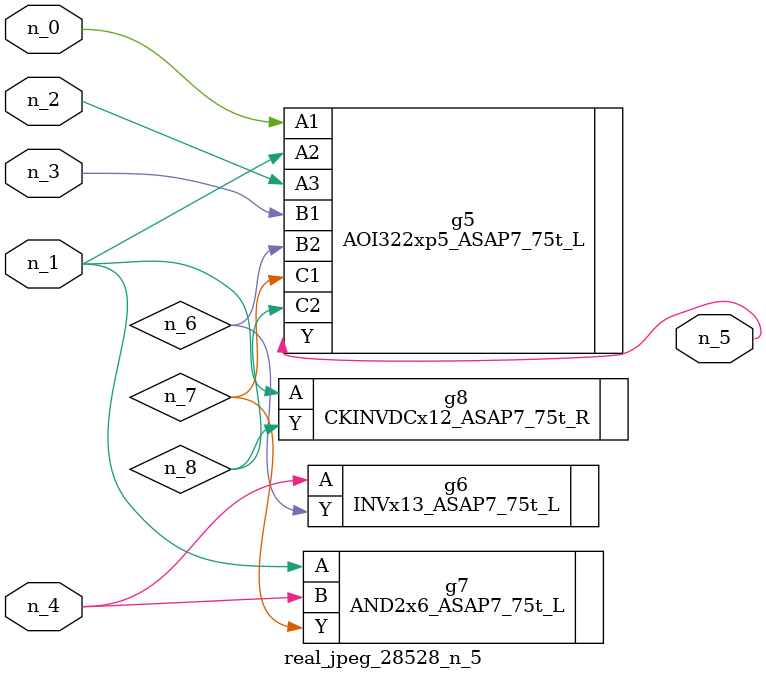
<source format=v>
module real_jpeg_28528_n_5 (n_4, n_0, n_1, n_2, n_3, n_5);

input n_4;
input n_0;
input n_1;
input n_2;
input n_3;

output n_5;

wire n_8;
wire n_6;
wire n_7;

AOI322xp5_ASAP7_75t_L g5 ( 
.A1(n_0),
.A2(n_1),
.A3(n_2),
.B1(n_3),
.B2(n_6),
.C1(n_7),
.C2(n_8),
.Y(n_5)
);

AND2x6_ASAP7_75t_L g7 ( 
.A(n_1),
.B(n_4),
.Y(n_7)
);

CKINVDCx12_ASAP7_75t_R g8 ( 
.A(n_1),
.Y(n_8)
);

INVx13_ASAP7_75t_L g6 ( 
.A(n_4),
.Y(n_6)
);


endmodule
</source>
